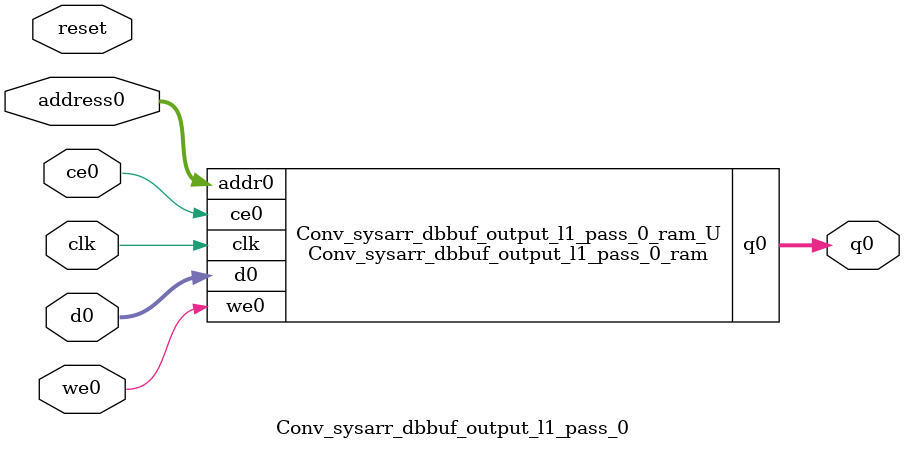
<source format=v>
`timescale 1 ns / 1 ps
module Conv_sysarr_dbbuf_output_l1_pass_0_ram (addr0, ce0, d0, we0, q0,  clk);

parameter DWIDTH = 32;
parameter AWIDTH = 10;
parameter MEM_SIZE = 1024;

input[AWIDTH-1:0] addr0;
input ce0;
input[DWIDTH-1:0] d0;
input we0;
output reg[DWIDTH-1:0] q0;
input clk;

(* ram_style = "block" *)reg [DWIDTH-1:0] ram[0:MEM_SIZE-1];




always @(posedge clk)  
begin 
    if (ce0) begin
        if (we0) 
            ram[addr0] <= d0; 
        q0 <= ram[addr0];
    end
end


endmodule

`timescale 1 ns / 1 ps
module Conv_sysarr_dbbuf_output_l1_pass_0(
    reset,
    clk,
    address0,
    ce0,
    we0,
    d0,
    q0);

parameter DataWidth = 32'd32;
parameter AddressRange = 32'd1024;
parameter AddressWidth = 32'd10;
input reset;
input clk;
input[AddressWidth - 1:0] address0;
input ce0;
input we0;
input[DataWidth - 1:0] d0;
output[DataWidth - 1:0] q0;



Conv_sysarr_dbbuf_output_l1_pass_0_ram Conv_sysarr_dbbuf_output_l1_pass_0_ram_U(
    .clk( clk ),
    .addr0( address0 ),
    .ce0( ce0 ),
    .we0( we0 ),
    .d0( d0 ),
    .q0( q0 ));

endmodule


</source>
